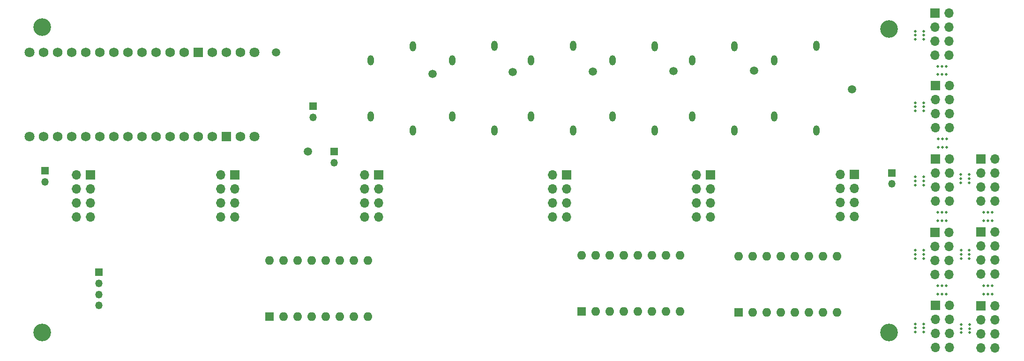
<source format=gbr>
%TF.GenerationSoftware,KiCad,Pcbnew,7.0.2-0*%
%TF.CreationDate,2023-05-27T18:04:37+01:00*%
%TF.ProjectId,olfactory_display,6f6c6661-6374-46f7-9279-5f646973706c,rev?*%
%TF.SameCoordinates,Original*%
%TF.FileFunction,Soldermask,Bot*%
%TF.FilePolarity,Negative*%
%FSLAX46Y46*%
G04 Gerber Fmt 4.6, Leading zero omitted, Abs format (unit mm)*
G04 Created by KiCad (PCBNEW 7.0.2-0) date 2023-05-27 18:04:37*
%MOMM*%
%LPD*%
G01*
G04 APERTURE LIST*
%ADD10C,1.727200*%
%ADD11R,1.727200X1.727200*%
%ADD12C,1.800000*%
%ADD13C,0.500000*%
%ADD14R,1.700000X1.700000*%
%ADD15O,1.700000X1.700000*%
%ADD16C,1.500000*%
%ADD17C,3.200000*%
%ADD18O,1.118000X1.864000*%
%ADD19R,1.600000X1.600000*%
%ADD20O,1.600000X1.600000*%
%ADD21R,1.350000X1.350000*%
%ADD22O,1.350000X1.350000*%
G04 APERTURE END LIST*
D10*
%TO.C,XA1*%
X134957145Y-43515000D03*
X129877145Y-43515000D03*
X129877145Y-28275000D03*
D11*
X132417145Y-43515000D03*
X127337145Y-28275000D03*
D10*
X99397145Y-43515000D03*
X99397145Y-28275000D03*
X101937145Y-28275000D03*
X104477145Y-28275000D03*
X107017145Y-28275000D03*
X109557145Y-28275000D03*
X112097145Y-28275000D03*
X114637145Y-28275000D03*
X117177145Y-28275000D03*
X119717145Y-28275000D03*
X122257145Y-28275000D03*
X124797145Y-28275000D03*
X134957145Y-28275000D03*
X132417145Y-28275000D03*
X104477145Y-43515000D03*
X124797145Y-43515000D03*
X122257145Y-43515000D03*
X119717145Y-43515000D03*
X117177145Y-43515000D03*
X114637145Y-43515000D03*
X112097145Y-43515000D03*
X109557145Y-43515000D03*
X107017145Y-43515000D03*
X127337145Y-43515000D03*
X101937145Y-43515000D03*
D12*
X96857145Y-43515000D03*
X137497145Y-43515000D03*
X96857145Y-28275000D03*
X137497145Y-28275000D03*
%TD*%
D13*
%TO.C,mouse-bite-2mm-slot*%
X265110000Y-51880000D03*
X266610000Y-51880000D03*
X265110000Y-51130000D03*
X266610000Y-51130000D03*
X265110000Y-50380000D03*
X266610000Y-50380000D03*
%TD*%
%TO.C,mouse-bite-2mm-slot*%
X269290000Y-57190000D03*
X269290000Y-58690000D03*
X270040000Y-57190000D03*
X270040000Y-58690000D03*
X270790000Y-57190000D03*
X270790000Y-58690000D03*
%TD*%
%TO.C,mouse-bite-2mm-slot*%
X266680000Y-64050000D03*
X265180000Y-64050000D03*
X266680000Y-64800000D03*
X265180000Y-64800000D03*
X266680000Y-65550000D03*
X265180000Y-65550000D03*
%TD*%
%TO.C,mouse-bite-2mm-slot*%
X270770000Y-71980000D03*
X270770000Y-70480000D03*
X270020000Y-71980000D03*
X270020000Y-70480000D03*
X269270000Y-71980000D03*
X269270000Y-70480000D03*
%TD*%
D14*
%TO.C,J16*%
X268740000Y-47550000D03*
D15*
X271280000Y-47550000D03*
X268740000Y-50090000D03*
X271280000Y-50090000D03*
X268740000Y-52630000D03*
X271280000Y-52630000D03*
X268740000Y-55170000D03*
X271280000Y-55170000D03*
%TD*%
%TO.C,J15*%
X271310000Y-68400000D03*
X268770000Y-68400000D03*
X271310000Y-65860000D03*
X268770000Y-65860000D03*
X271310000Y-63320000D03*
X268770000Y-63320000D03*
X271310000Y-60780000D03*
D14*
X268770000Y-60780000D03*
%TD*%
D16*
%TO.C,TP8*%
X141390000Y-28260000D03*
%TD*%
%TO.C,TP7*%
X147170000Y-46200000D03*
%TD*%
%TO.C,TP6*%
X245470000Y-34960000D03*
%TD*%
%TO.C,TP5*%
X227740000Y-31510000D03*
%TD*%
%TO.C,TP4*%
X213250000Y-31660000D03*
%TD*%
%TO.C,TP3*%
X198660000Y-31710000D03*
%TD*%
%TO.C,TP2*%
X184180000Y-31820000D03*
%TD*%
%TO.C,TP1*%
X169720000Y-32100000D03*
%TD*%
D13*
%TO.C,mouse-bite-2mm-slot*%
X266700000Y-77500000D03*
X265200000Y-77500000D03*
X266700000Y-78250000D03*
X265200000Y-78250000D03*
X266700000Y-79000000D03*
X265200000Y-79000000D03*
%TD*%
%TO.C,mouse-bite-2mm-slot*%
X258400000Y-24400000D03*
X256900000Y-24400000D03*
X258400000Y-25150000D03*
X256900000Y-25150000D03*
X258400000Y-25900000D03*
X256900000Y-25900000D03*
%TD*%
%TO.C,mouse-bite-2mm-slot*%
X262500000Y-32250000D03*
X262500000Y-30750000D03*
X261750000Y-32250000D03*
X261750000Y-30750000D03*
X261000000Y-32250000D03*
X261000000Y-30750000D03*
%TD*%
%TO.C,mouse-bite-2mm-slot*%
X258400000Y-37350000D03*
X256900000Y-37350000D03*
X258400000Y-38100000D03*
X256900000Y-38100000D03*
X258400000Y-38850000D03*
X256900000Y-38850000D03*
%TD*%
%TO.C,mouse-bite-2mm-slot*%
X258400000Y-50800000D03*
X256900000Y-50800000D03*
X258400000Y-51550000D03*
X256900000Y-51550000D03*
X258400000Y-52300000D03*
X256900000Y-52300000D03*
%TD*%
%TO.C,mouse-bite-2mm-slot*%
X258400000Y-64100000D03*
X256900000Y-64100000D03*
X258400000Y-64850000D03*
X256900000Y-64850000D03*
X258400000Y-65600000D03*
X256900000Y-65600000D03*
%TD*%
%TO.C,mouse-bite-2mm-slot*%
X258400000Y-77400000D03*
X256900000Y-77400000D03*
X258400000Y-78150000D03*
X256900000Y-78150000D03*
X258400000Y-78900000D03*
X256900000Y-78900000D03*
%TD*%
%TO.C,mouse-bite-2mm-slot*%
X262550000Y-45450000D03*
X262550000Y-43950000D03*
X261800000Y-45450000D03*
X261800000Y-43950000D03*
X261050000Y-45450000D03*
X261050000Y-43950000D03*
%TD*%
%TO.C,mouse-bite-2mm-slot*%
X262470000Y-58730000D03*
X262470000Y-57230000D03*
X261720000Y-58730000D03*
X261720000Y-57230000D03*
X260970000Y-58730000D03*
X260970000Y-57230000D03*
%TD*%
%TO.C,mouse-bite-2mm-slot*%
X262485000Y-72030000D03*
X262485000Y-70530000D03*
X261735000Y-72030000D03*
X261735000Y-70530000D03*
X260985000Y-72030000D03*
X260985000Y-70530000D03*
%TD*%
D14*
%TO.C,J9*%
X260545000Y-74080000D03*
D15*
X263085000Y-74080000D03*
X260545000Y-76620000D03*
X263085000Y-76620000D03*
X260545000Y-79160000D03*
X263085000Y-79160000D03*
X260545000Y-81700000D03*
X263085000Y-81700000D03*
%TD*%
D14*
%TO.C,J14*%
X268725000Y-74100000D03*
D15*
X271265000Y-74100000D03*
X268725000Y-76640000D03*
X271265000Y-76640000D03*
X268725000Y-79180000D03*
X271265000Y-79180000D03*
X268725000Y-81720000D03*
X271265000Y-81720000D03*
%TD*%
D14*
%TO.C,J13*%
X260460000Y-21160000D03*
D15*
X263000000Y-21160000D03*
X260460000Y-23700000D03*
X263000000Y-23700000D03*
X260460000Y-26240000D03*
X263000000Y-26240000D03*
X260460000Y-28780000D03*
X263000000Y-28780000D03*
%TD*%
D14*
%TO.C,J12*%
X260530000Y-34300000D03*
D15*
X263070000Y-34300000D03*
X260530000Y-36840000D03*
X263070000Y-36840000D03*
X260530000Y-39380000D03*
X263070000Y-39380000D03*
X260530000Y-41920000D03*
X263070000Y-41920000D03*
%TD*%
D14*
%TO.C,J11*%
X260510000Y-47580000D03*
D15*
X263050000Y-47580000D03*
X260510000Y-50120000D03*
X263050000Y-50120000D03*
X260510000Y-52660000D03*
X263050000Y-52660000D03*
X260510000Y-55200000D03*
X263050000Y-55200000D03*
%TD*%
%TO.C,J10*%
X263000000Y-68480000D03*
X260460000Y-68480000D03*
X263000000Y-65940000D03*
X260460000Y-65940000D03*
X263000000Y-63400000D03*
X260460000Y-63400000D03*
X263000000Y-60860000D03*
D14*
X260460000Y-60860000D03*
%TD*%
D17*
%TO.C,REF\u002A\u002A*%
X99137145Y-78975000D03*
%TD*%
%TO.C,REF\u002A\u002A*%
X252137145Y-78975000D03*
%TD*%
%TO.C,REF\u002A\u002A*%
X252137145Y-23975000D03*
%TD*%
%TO.C,REF\u002A\u002A*%
X99130000Y-23680000D03*
%TD*%
D14*
%TO.C,J2*%
X133927145Y-50425000D03*
D15*
X131387145Y-50425000D03*
X133927145Y-52965000D03*
X131387145Y-52965000D03*
X133927145Y-55505000D03*
X131387145Y-55505000D03*
X133927145Y-58045000D03*
X131387145Y-58045000D03*
%TD*%
D18*
%TO.C,K2*%
X216627145Y-29705000D03*
X216627145Y-39865000D03*
X224247145Y-42405000D03*
X224247145Y-27125000D03*
%TD*%
%TO.C,K3*%
X202237145Y-29715000D03*
X202237145Y-39875000D03*
X209857145Y-42415000D03*
X209857145Y-27135000D03*
%TD*%
D19*
%TO.C,U2*%
X196607145Y-75135000D03*
D20*
X199147145Y-75135000D03*
X201687145Y-75135000D03*
X204227145Y-75135000D03*
X206767145Y-75135000D03*
X209307145Y-75135000D03*
X211847145Y-75135000D03*
X214387145Y-75135000D03*
X214387145Y-64975000D03*
X211847145Y-64975000D03*
X209307145Y-64975000D03*
X206767145Y-64975000D03*
X204227145Y-64975000D03*
X201687145Y-64975000D03*
X199147145Y-64975000D03*
X196607145Y-64975000D03*
%TD*%
D18*
%TO.C,K6*%
X158537145Y-29715000D03*
X158537145Y-39875000D03*
X166157145Y-42415000D03*
X166157145Y-27135000D03*
%TD*%
D14*
%TO.C,J6*%
X245937145Y-50335000D03*
D15*
X243397145Y-50335000D03*
X245937145Y-52875000D03*
X243397145Y-52875000D03*
X245937145Y-55415000D03*
X243397145Y-55415000D03*
X245937145Y-57955000D03*
X243397145Y-57955000D03*
%TD*%
D18*
%TO.C,K1*%
X231417145Y-29655000D03*
X231417145Y-39815000D03*
X239037145Y-42355000D03*
X239037145Y-27075000D03*
%TD*%
D14*
%TO.C,J4*%
X193927145Y-50395000D03*
D15*
X191387145Y-50395000D03*
X193927145Y-52935000D03*
X191387145Y-52935000D03*
X193927145Y-55475000D03*
X191387145Y-55475000D03*
X193927145Y-58015000D03*
X191387145Y-58015000D03*
%TD*%
D18*
%TO.C,K4*%
X187517145Y-29655000D03*
X187517145Y-39815000D03*
X195137145Y-42355000D03*
X195137145Y-27075000D03*
%TD*%
D21*
%TO.C,M3*%
X148137145Y-37975000D03*
D22*
X148137145Y-39975000D03*
%TD*%
D14*
%TO.C,J3*%
X159927145Y-50425000D03*
D15*
X157387145Y-50425000D03*
X159927145Y-52965000D03*
X157387145Y-52965000D03*
X159927145Y-55505000D03*
X157387145Y-55505000D03*
X159927145Y-58045000D03*
X157387145Y-58045000D03*
%TD*%
D21*
%TO.C,J8*%
X151887145Y-46225000D03*
D22*
X151887145Y-48225000D03*
%TD*%
D21*
%TO.C,M2*%
X99637145Y-49675000D03*
D22*
X99637145Y-51675000D03*
%TD*%
D14*
%TO.C,J5*%
X219937145Y-50395000D03*
D15*
X217397145Y-50395000D03*
X219937145Y-52935000D03*
X217397145Y-52935000D03*
X219937145Y-55475000D03*
X217397145Y-55475000D03*
X219937145Y-58015000D03*
X217397145Y-58015000D03*
%TD*%
D18*
%TO.C,K5*%
X173217145Y-29655000D03*
X173217145Y-39815000D03*
X180837145Y-42355000D03*
X180837145Y-27075000D03*
%TD*%
D19*
%TO.C,U3*%
X225012145Y-75325000D03*
D20*
X227552145Y-75325000D03*
X230092145Y-75325000D03*
X232632145Y-75325000D03*
X235172145Y-75325000D03*
X237712145Y-75325000D03*
X240252145Y-75325000D03*
X242792145Y-75325000D03*
X242792145Y-65165000D03*
X240252145Y-65165000D03*
X237712145Y-65165000D03*
X235172145Y-65165000D03*
X232632145Y-65165000D03*
X230092145Y-65165000D03*
X227552145Y-65165000D03*
X225012145Y-65165000D03*
%TD*%
D14*
%TO.C,J1*%
X107887145Y-50435000D03*
D15*
X105347145Y-50435000D03*
X107887145Y-52975000D03*
X105347145Y-52975000D03*
X107887145Y-55515000D03*
X105347145Y-55515000D03*
X107887145Y-58055000D03*
X105347145Y-58055000D03*
%TD*%
D21*
%TO.C,J7*%
X109437145Y-68075000D03*
D22*
X109437145Y-70075000D03*
X109437145Y-72075000D03*
X109437145Y-74075000D03*
%TD*%
D19*
%TO.C,U1*%
X140262145Y-76075000D03*
D20*
X142802145Y-76075000D03*
X145342145Y-76075000D03*
X147882145Y-76075000D03*
X150422145Y-76075000D03*
X152962145Y-76075000D03*
X155502145Y-76075000D03*
X158042145Y-76075000D03*
X158042145Y-65915000D03*
X155502145Y-65915000D03*
X152962145Y-65915000D03*
X150422145Y-65915000D03*
X147882145Y-65915000D03*
X145342145Y-65915000D03*
X142802145Y-65915000D03*
X140262145Y-65915000D03*
%TD*%
D21*
%TO.C,M1*%
X252637145Y-50075000D03*
D22*
X252637145Y-52075000D03*
%TD*%
M02*

</source>
